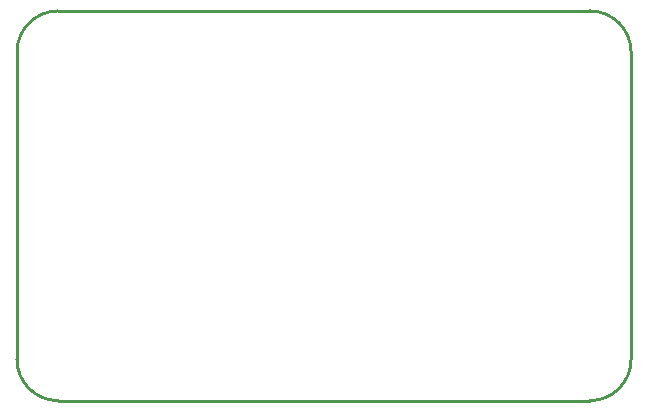
<source format=gko>
G04 Layer: BoardOutlineLayer*
G04 EasyEDA v6.5.1, 2022-03-30 11:40:58*
G04 f7f897cffc8b4bbe8ffd8634bc846e31,7b35ab87edb5478c89a92b32cd25319b,10*
G04 Gerber Generator version 0.2*
G04 Scale: 100 percent, Rotated: No, Reflected: No *
G04 Dimensions in millimeters *
G04 leading zeros omitted , absolute positions ,4 integer and 5 decimal *
%FSLAX45Y45*%
%MOMM*%

%ADD10C,0.2540*%
D10*
X-4850000Y5900000D02*
G01*
X-349999Y5900000D01*
X-5199999Y2949999D02*
G01*
X-5199999Y5549999D01*
X-349999Y2599999D02*
G01*
X-4850000Y2599999D01*
X0Y5549999D02*
G01*
X0Y2949999D01*
G75*
G01*
X-349999Y5900001D02*
G02*
X0Y5549999I0J-349999D01*
G75*
G01*
X0Y2949999D02*
G02*
X-349999Y2600000I-349999J0D01*
G75*
G01*
X-4850000Y2600000D02*
G02*
X-5200000Y2949999I0J349999D01*
G75*
G01*
X-5200000Y5549999D02*
G02*
X-4850000Y5900001I350000J3D01*

%LPD*%
M02*

</source>
